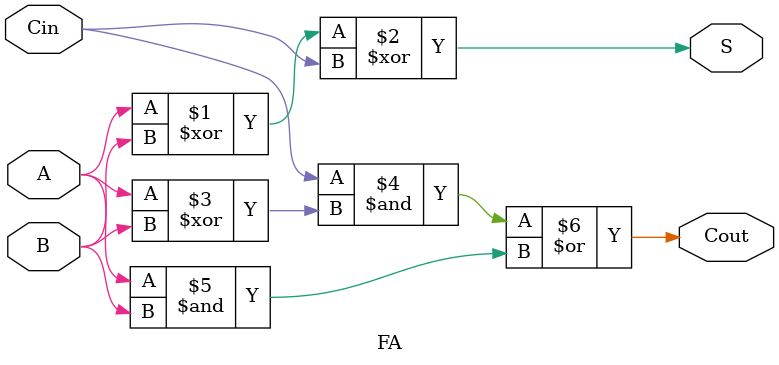
<source format=v>
`timescale 1ns / 1ps

module FA (A, B, Cin, Cout, S);
    input A, B, Cin;
    output Cout, S;

    assign S = (A^B)^Cin;
    assign Cout = (Cin&(A^B))|(A&B);
    
endmodule

</source>
